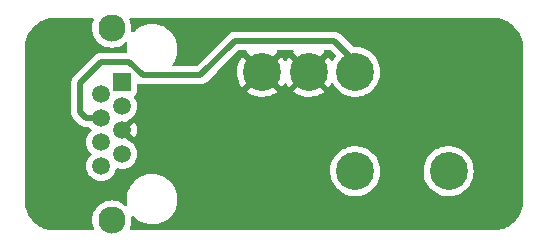
<source format=gbr>
%TF.GenerationSoftware,KiCad,Pcbnew,(6.0.5-0)*%
%TF.CreationDate,2022-06-18T16:55:17+02:00*%
%TF.ProjectId,OpenOBDPower,4f70656e-4f42-4445-906f-7765722e6b69,rev?*%
%TF.SameCoordinates,Original*%
%TF.FileFunction,Copper,L2,Bot*%
%TF.FilePolarity,Positive*%
%FSLAX46Y46*%
G04 Gerber Fmt 4.6, Leading zero omitted, Abs format (unit mm)*
G04 Created by KiCad (PCBNEW (6.0.5-0)) date 2022-06-18 16:55:17*
%MOMM*%
%LPD*%
G01*
G04 APERTURE LIST*
%TA.AperFunction,ComponentPad*%
%ADD10C,3.215640*%
%TD*%
%TA.AperFunction,ComponentPad*%
%ADD11R,1.500000X1.500000*%
%TD*%
%TA.AperFunction,ComponentPad*%
%ADD12C,1.500000*%
%TD*%
%TA.AperFunction,ComponentPad*%
%ADD13C,2.300000*%
%TD*%
%TA.AperFunction,Conductor*%
%ADD14C,0.500000*%
%TD*%
%TA.AperFunction,Conductor*%
%ADD15C,2.000000*%
%TD*%
G04 APERTURE END LIST*
D10*
%TO.P,M1,4,CHASGND*%
%TO.N,GND*%
X138105200Y-95070000D03*
%TO.P,M1,5,SIGGND*%
X142052360Y-95070000D03*
%TO.P,M1,6,CANHIGH*%
%TO.N,CAN_H*%
X146002060Y-95070000D03*
%TO.P,M1,14,CANLOW*%
%TO.N,CAN_L*%
X146002060Y-103469780D03*
%TO.P,M1,16,BATTPOWER*%
%TO.N,+12V*%
X153904000Y-103469780D03*
%TD*%
D11*
%TO.P,J1,1*%
%TO.N,GND*%
X126270000Y-95930000D03*
D12*
%TO.P,J1,2*%
%TO.N,CAN_L*%
X124490000Y-96946000D03*
%TO.P,J1,3*%
%TO.N,unconnected-(J1-Pad3)*%
X126270000Y-97962000D03*
%TO.P,J1,4*%
%TO.N,CAN_H*%
X124490000Y-98978000D03*
%TO.P,J1,5*%
%TO.N,GND*%
X126270000Y-99994000D03*
%TO.P,J1,6*%
%TO.N,unconnected-(J1-Pad6)*%
X124490000Y-101010000D03*
%TO.P,J1,7*%
%TO.N,+12V*%
X126270000Y-102026000D03*
%TO.P,J1,8*%
X124490000Y-103042000D03*
D13*
%TO.P,J1,SH*%
%TO.N,N/C*%
X125380000Y-107620000D03*
X125380000Y-91360000D03*
%TD*%
D14*
%TO.N,CAN_H*%
X128030000Y-95370000D02*
X126880000Y-94220000D01*
X135820000Y-92430000D02*
X132880000Y-95370000D01*
X122710000Y-98490000D02*
X123198000Y-98978000D01*
X132880000Y-95370000D02*
X128030000Y-95370000D01*
X126880000Y-94220000D02*
X124500000Y-94220000D01*
X144230000Y-92430000D02*
X135820000Y-92430000D01*
X124500000Y-94220000D02*
X122710000Y-96010000D01*
X146002060Y-95070000D02*
X146002060Y-94202060D01*
X122710000Y-96010000D02*
X122710000Y-98490000D01*
X146002060Y-94202060D02*
X144230000Y-92430000D01*
X123198000Y-98978000D02*
X124490000Y-98978000D01*
D15*
%TO.N,+12V*%
X153904000Y-103469780D02*
X153855620Y-103421400D01*
X153855620Y-103421400D02*
X153349400Y-103421400D01*
%TD*%
%TA.AperFunction,Conductor*%
%TO.N,GND*%
G36*
X157715281Y-90498538D02*
G01*
X157722442Y-90498716D01*
X157840481Y-90501642D01*
X157846670Y-90501948D01*
X157963172Y-90510615D01*
X157969350Y-90511229D01*
X158084848Y-90525575D01*
X158090945Y-90526484D01*
X158205305Y-90546439D01*
X158211326Y-90547643D01*
X158324256Y-90573108D01*
X158330224Y-90574608D01*
X158441609Y-90605517D01*
X158447478Y-90607301D01*
X158557098Y-90643571D01*
X158562869Y-90645637D01*
X158613336Y-90665114D01*
X158670525Y-90687185D01*
X158676201Y-90689537D01*
X158781705Y-90736284D01*
X158787261Y-90738909D01*
X158890412Y-90790770D01*
X158895841Y-90793668D01*
X158996425Y-90850554D01*
X159001706Y-90853713D01*
X159078972Y-90902546D01*
X159099597Y-90915581D01*
X159104712Y-90918992D01*
X159199649Y-90985720D01*
X159204618Y-90989398D01*
X159273927Y-91043390D01*
X159296432Y-91060922D01*
X159301236Y-91064858D01*
X159389749Y-91141112D01*
X159394351Y-91145280D01*
X159417830Y-91167623D01*
X159479380Y-91226197D01*
X159483795Y-91230612D01*
X159564722Y-91315653D01*
X159568889Y-91320254D01*
X159645159Y-91408785D01*
X159649063Y-91413550D01*
X159707712Y-91488836D01*
X159720591Y-91505369D01*
X159724276Y-91510347D01*
X159791000Y-91605278D01*
X159794426Y-91610416D01*
X159856272Y-91708270D01*
X159859429Y-91713546D01*
X159879158Y-91748430D01*
X159916334Y-91814165D01*
X159919231Y-91819593D01*
X159971096Y-91922751D01*
X159973721Y-91928306D01*
X160020453Y-92033775D01*
X160022805Y-92039452D01*
X160045967Y-92099467D01*
X160064358Y-92147120D01*
X160064360Y-92147126D01*
X160066429Y-92152905D01*
X160084260Y-92206795D01*
X160102690Y-92262498D01*
X160104480Y-92268384D01*
X160135388Y-92379759D01*
X160136890Y-92385736D01*
X160162357Y-92498680D01*
X160163564Y-92504717D01*
X160183512Y-92619041D01*
X160184426Y-92625167D01*
X160198768Y-92740624D01*
X160199382Y-92746805D01*
X160208053Y-92863344D01*
X160208359Y-92869535D01*
X160210551Y-92957954D01*
X160211462Y-92994717D01*
X160211501Y-92997839D01*
X160211501Y-105982159D01*
X160211462Y-105985279D01*
X160210114Y-106039690D01*
X160208360Y-106110454D01*
X160208053Y-106116667D01*
X160201818Y-106200457D01*
X160199382Y-106233191D01*
X160198769Y-106239365D01*
X160194055Y-106277312D01*
X160184425Y-106354835D01*
X160183511Y-106360960D01*
X160172166Y-106425978D01*
X160163565Y-106475275D01*
X160163564Y-106475278D01*
X160162357Y-106481315D01*
X160156317Y-106508104D01*
X160136890Y-106594260D01*
X160135388Y-106600236D01*
X160104482Y-106711608D01*
X160102692Y-106717496D01*
X160066432Y-106827084D01*
X160064360Y-106832869D01*
X160022812Y-106940529D01*
X160020467Y-106946190D01*
X159976597Y-107045202D01*
X159973723Y-107051688D01*
X159971100Y-107057240D01*
X159919212Y-107160441D01*
X159916339Y-107165822D01*
X159892947Y-107207185D01*
X159859445Y-107266423D01*
X159856281Y-107271712D01*
X159794426Y-107369582D01*
X159790999Y-107374721D01*
X159724275Y-107469652D01*
X159720589Y-107474631D01*
X159649082Y-107566421D01*
X159645152Y-107571218D01*
X159568882Y-107659751D01*
X159564716Y-107664351D01*
X159562461Y-107666721D01*
X159483801Y-107749379D01*
X159479387Y-107753793D01*
X159439661Y-107791598D01*
X159404597Y-107824966D01*
X159394347Y-107834720D01*
X159389735Y-107838897D01*
X159312257Y-107905644D01*
X159301241Y-107915134D01*
X159296437Y-107919071D01*
X159256622Y-107950087D01*
X159204619Y-107990598D01*
X159199640Y-107994283D01*
X159104729Y-108060993D01*
X159104723Y-108060997D01*
X159099591Y-108064420D01*
X159029440Y-108108757D01*
X159001725Y-108126273D01*
X158996455Y-108129426D01*
X158918114Y-108173732D01*
X158895838Y-108186330D01*
X158890410Y-108189227D01*
X158787260Y-108241088D01*
X158781705Y-108243713D01*
X158676205Y-108290459D01*
X158670527Y-108292811D01*
X158562878Y-108334355D01*
X158557093Y-108336427D01*
X158447486Y-108372693D01*
X158441599Y-108374483D01*
X158429394Y-108377870D01*
X158330230Y-108405388D01*
X158324268Y-108406886D01*
X158211319Y-108432354D01*
X158205279Y-108433562D01*
X158177535Y-108438403D01*
X158090961Y-108453509D01*
X158084835Y-108454423D01*
X157969370Y-108468766D01*
X157963187Y-108469380D01*
X157943624Y-108470836D01*
X157846652Y-108478050D01*
X157840466Y-108478356D01*
X157717815Y-108481396D01*
X157715283Y-108481459D01*
X157712161Y-108481498D01*
X127006875Y-108481498D01*
X126938754Y-108461496D01*
X126892261Y-108407840D01*
X126882157Y-108337566D01*
X126890466Y-108307280D01*
X126960310Y-108138662D01*
X126960311Y-108138660D01*
X126962204Y-108134089D01*
X126996198Y-107992495D01*
X127021991Y-107885062D01*
X127021992Y-107885056D01*
X127023146Y-107880249D01*
X127043628Y-107620000D01*
X127025584Y-107390729D01*
X127040180Y-107321249D01*
X127090023Y-107270689D01*
X127159287Y-107255103D01*
X127225983Y-107279438D01*
X127237929Y-107289446D01*
X127433077Y-107474634D01*
X127446878Y-107487731D01*
X127683113Y-107657483D01*
X127708924Y-107671149D01*
X127875872Y-107759543D01*
X127940200Y-107793603D01*
X127944223Y-107795075D01*
X127944227Y-107795077D01*
X128190122Y-107885062D01*
X128213382Y-107893574D01*
X128497604Y-107955544D01*
X128526650Y-107957830D01*
X128723297Y-107973307D01*
X128723304Y-107973307D01*
X128725753Y-107973500D01*
X128883121Y-107973500D01*
X128885257Y-107973354D01*
X128885268Y-107973354D01*
X129095949Y-107958991D01*
X129095955Y-107958990D01*
X129100226Y-107958699D01*
X129104421Y-107957830D01*
X129104423Y-107957830D01*
X129291570Y-107919074D01*
X129385081Y-107899709D01*
X129659295Y-107802605D01*
X129917793Y-107669184D01*
X129921294Y-107666723D01*
X129921298Y-107666721D01*
X130060528Y-107568868D01*
X130155792Y-107501915D01*
X130235618Y-107427736D01*
X130365745Y-107306815D01*
X130365748Y-107306812D01*
X130368888Y-107303894D01*
X130373279Y-107298530D01*
X130550423Y-107082102D01*
X130553139Y-107078784D01*
X130705133Y-106830752D01*
X130713869Y-106810852D01*
X130782618Y-106654235D01*
X130822059Y-106564386D01*
X130827818Y-106544171D01*
X130879213Y-106363746D01*
X130901754Y-106284616D01*
X130902538Y-106279113D01*
X130942137Y-106000870D01*
X130942742Y-105996619D01*
X130944265Y-105705723D01*
X130906295Y-105417313D01*
X130829535Y-105136724D01*
X130771569Y-105000825D01*
X130717090Y-104873100D01*
X130717088Y-104873096D01*
X130715404Y-104869148D01*
X130566015Y-104619538D01*
X130558267Y-104609866D01*
X130386823Y-104395869D01*
X130384133Y-104392511D01*
X130173122Y-104192269D01*
X129936887Y-104022517D01*
X129679800Y-103886397D01*
X129675777Y-103884925D01*
X129675773Y-103884923D01*
X129410649Y-103787901D01*
X129410647Y-103787900D01*
X129406618Y-103786426D01*
X129122396Y-103724456D01*
X129078598Y-103721009D01*
X128896703Y-103706693D01*
X128896696Y-103706693D01*
X128894247Y-103706500D01*
X128736879Y-103706500D01*
X128734743Y-103706646D01*
X128734732Y-103706646D01*
X128524051Y-103721009D01*
X128524045Y-103721010D01*
X128519774Y-103721301D01*
X128515579Y-103722170D01*
X128515577Y-103722170D01*
X128377346Y-103750796D01*
X128234919Y-103780291D01*
X127960705Y-103877395D01*
X127956896Y-103879361D01*
X127711825Y-104005852D01*
X127702207Y-104010816D01*
X127698706Y-104013277D01*
X127698702Y-104013279D01*
X127682001Y-104025017D01*
X127464208Y-104178085D01*
X127384382Y-104252264D01*
X127276169Y-104352822D01*
X127251112Y-104376106D01*
X127248398Y-104379422D01*
X127248395Y-104379425D01*
X127234936Y-104395869D01*
X127066861Y-104601216D01*
X126914867Y-104849248D01*
X126913148Y-104853165D01*
X126913146Y-104853168D01*
X126904397Y-104873100D01*
X126797941Y-105115614D01*
X126796765Y-105119742D01*
X126796764Y-105119745D01*
X126778699Y-105183163D01*
X126718246Y-105395384D01*
X126717642Y-105399626D01*
X126717641Y-105399632D01*
X126690813Y-105588138D01*
X126677258Y-105683381D01*
X126677141Y-105705723D01*
X126675778Y-105966096D01*
X126675735Y-105974277D01*
X126676294Y-105978521D01*
X126676294Y-105978525D01*
X126683020Y-106029613D01*
X126713705Y-106262687D01*
X126714839Y-106266832D01*
X126718198Y-106279113D01*
X126716878Y-106350097D01*
X126677391Y-106409099D01*
X126612273Y-106437386D01*
X126542199Y-106425978D01*
X126514837Y-106408170D01*
X126428756Y-106334651D01*
X126361621Y-106277312D01*
X126361616Y-106277309D01*
X126357856Y-106274097D01*
X126135271Y-106137697D01*
X126130701Y-106135804D01*
X126130697Y-106135802D01*
X125898662Y-106039690D01*
X125898660Y-106039689D01*
X125894089Y-106037796D01*
X125805069Y-106016424D01*
X125645062Y-105978009D01*
X125645056Y-105978008D01*
X125640249Y-105976854D01*
X125380000Y-105956372D01*
X125119751Y-105976854D01*
X125114944Y-105978008D01*
X125114938Y-105978009D01*
X124954931Y-106016424D01*
X124865911Y-106037796D01*
X124861340Y-106039689D01*
X124861338Y-106039690D01*
X124629303Y-106135802D01*
X124629299Y-106135804D01*
X124624729Y-106137697D01*
X124402144Y-106274097D01*
X124203637Y-106443637D01*
X124034097Y-106642144D01*
X123897697Y-106864729D01*
X123895804Y-106869299D01*
X123895802Y-106869303D01*
X123810546Y-107075130D01*
X123797796Y-107105911D01*
X123784711Y-107160413D01*
X123738009Y-107354938D01*
X123738008Y-107354944D01*
X123736854Y-107359751D01*
X123716372Y-107620000D01*
X123736854Y-107880249D01*
X123738008Y-107885056D01*
X123738009Y-107885062D01*
X123763802Y-107992495D01*
X123797796Y-108134089D01*
X123799689Y-108138660D01*
X123799690Y-108138662D01*
X123869534Y-108307280D01*
X123877123Y-108377870D01*
X123845344Y-108441357D01*
X123784286Y-108477584D01*
X123753125Y-108481498D01*
X120527840Y-108481498D01*
X120524719Y-108481459D01*
X120520535Y-108481355D01*
X120399528Y-108478356D01*
X120393335Y-108478050D01*
X120276812Y-108469380D01*
X120270631Y-108468766D01*
X120209561Y-108461180D01*
X120155138Y-108454420D01*
X120149034Y-108453509D01*
X120034740Y-108433565D01*
X120028684Y-108432355D01*
X119919960Y-108407840D01*
X119915726Y-108406885D01*
X119909752Y-108405384D01*
X119798380Y-108374478D01*
X119792537Y-108372702D01*
X119682921Y-108336433D01*
X119677136Y-108334361D01*
X119569460Y-108292807D01*
X119563783Y-108290455D01*
X119458297Y-108243716D01*
X119452741Y-108241091D01*
X119398203Y-108213671D01*
X119349579Y-108189224D01*
X119344175Y-108186339D01*
X119243563Y-108129438D01*
X119238286Y-108126281D01*
X119238274Y-108126273D01*
X119140402Y-108064417D01*
X119135268Y-108060993D01*
X119131736Y-108058510D01*
X119040354Y-107994282D01*
X119035375Y-107990596D01*
X119007742Y-107969069D01*
X118943559Y-107919069D01*
X118938762Y-107915137D01*
X118921862Y-107900578D01*
X118850272Y-107838904D01*
X118845658Y-107834726D01*
X118760617Y-107753798D01*
X118756202Y-107749383D01*
X118746428Y-107739112D01*
X118675276Y-107664342D01*
X118671101Y-107659731D01*
X118594847Y-107571218D01*
X118590909Y-107566412D01*
X118519412Y-107474634D01*
X118515726Y-107469656D01*
X118448999Y-107374721D01*
X118445572Y-107369582D01*
X118405903Y-107306815D01*
X118383717Y-107271712D01*
X118380571Y-107266454D01*
X118323654Y-107165813D01*
X118320763Y-107160395D01*
X118277893Y-107075130D01*
X118268901Y-107057244D01*
X118266289Y-107051718D01*
X118264694Y-107048117D01*
X118219533Y-106946193D01*
X118217183Y-106940518D01*
X118175643Y-106832879D01*
X118173571Y-106827095D01*
X118137300Y-106717473D01*
X118135519Y-106711614D01*
X118135518Y-106711608D01*
X118104609Y-106600227D01*
X118103108Y-106594253D01*
X118077644Y-106481319D01*
X118076435Y-106475275D01*
X118071571Y-106447399D01*
X118056485Y-106360942D01*
X118055577Y-106354849D01*
X118041233Y-106239371D01*
X118040619Y-106233192D01*
X118033691Y-106140077D01*
X118031948Y-106116654D01*
X118031642Y-106110461D01*
X118028539Y-105985279D01*
X118028500Y-105982157D01*
X118028500Y-92997841D01*
X118028539Y-92994719D01*
X118031642Y-92869538D01*
X118031950Y-92863311D01*
X118032742Y-92852676D01*
X118040618Y-92746816D01*
X118041231Y-92740642D01*
X118045945Y-92702687D01*
X118055576Y-92625150D01*
X118056488Y-92619034D01*
X118056974Y-92616253D01*
X118076440Y-92504692D01*
X118077645Y-92498667D01*
X118103104Y-92385758D01*
X118104606Y-92379781D01*
X118135520Y-92268384D01*
X118137309Y-92262499D01*
X118173584Y-92152863D01*
X118175639Y-92147126D01*
X118217188Y-92039465D01*
X118219537Y-92033795D01*
X118247999Y-91969558D01*
X118266283Y-91928292D01*
X118268907Y-91922741D01*
X118320772Y-91819585D01*
X118323669Y-91814157D01*
X118340678Y-91784083D01*
X118380563Y-91713558D01*
X118383723Y-91708276D01*
X118391565Y-91695869D01*
X118445576Y-91610409D01*
X118449000Y-91605275D01*
X118515716Y-91510355D01*
X118519401Y-91505376D01*
X118590933Y-91413554D01*
X118594846Y-91408778D01*
X118671118Y-91320244D01*
X118675295Y-91315632D01*
X118677535Y-91313279D01*
X118756195Y-91230621D01*
X118760609Y-91226207D01*
X118845657Y-91145272D01*
X118850268Y-91141097D01*
X118938767Y-91064855D01*
X118943563Y-91060925D01*
X119035374Y-90989404D01*
X119040350Y-90985720D01*
X119135279Y-90918996D01*
X119140419Y-90915568D01*
X119196118Y-90880366D01*
X119238282Y-90853718D01*
X119243561Y-90850560D01*
X119251782Y-90845911D01*
X119344157Y-90793668D01*
X119349578Y-90790774D01*
X119452761Y-90738896D01*
X119458318Y-90736271D01*
X119563784Y-90689541D01*
X119569461Y-90687189D01*
X119677139Y-90645634D01*
X119682925Y-90643562D01*
X119708645Y-90635052D01*
X119792516Y-90607302D01*
X119798388Y-90605517D01*
X119810601Y-90602128D01*
X119909767Y-90574609D01*
X119915737Y-90573109D01*
X120028675Y-90547643D01*
X120034733Y-90546432D01*
X120149034Y-90526489D01*
X120155159Y-90525575D01*
X120270628Y-90511232D01*
X120276811Y-90510618D01*
X120298598Y-90508997D01*
X120393346Y-90501948D01*
X120399532Y-90501642D01*
X120524717Y-90498539D01*
X120527840Y-90498500D01*
X123753126Y-90498500D01*
X123821247Y-90518502D01*
X123867740Y-90572158D01*
X123877844Y-90642432D01*
X123869535Y-90672718D01*
X123820065Y-90792150D01*
X123797796Y-90845911D01*
X123791715Y-90871240D01*
X123738009Y-91094938D01*
X123738008Y-91094944D01*
X123736854Y-91099751D01*
X123716372Y-91360000D01*
X123736854Y-91620249D01*
X123738008Y-91625056D01*
X123738009Y-91625062D01*
X123767390Y-91747439D01*
X123797796Y-91874089D01*
X123799689Y-91878660D01*
X123799690Y-91878662D01*
X123891151Y-92099467D01*
X123897697Y-92115271D01*
X124034097Y-92337856D01*
X124203637Y-92536363D01*
X124402144Y-92705903D01*
X124624729Y-92842303D01*
X124629299Y-92844196D01*
X124629303Y-92844198D01*
X124861338Y-92940310D01*
X124865911Y-92942204D01*
X124916844Y-92954432D01*
X125114938Y-93001991D01*
X125114944Y-93001992D01*
X125119751Y-93003146D01*
X125380000Y-93023628D01*
X125640249Y-93003146D01*
X125645056Y-93001992D01*
X125645062Y-93001991D01*
X125843156Y-92954432D01*
X125894089Y-92942204D01*
X125898662Y-92940310D01*
X126130697Y-92844198D01*
X126130701Y-92844196D01*
X126135271Y-92842303D01*
X126357856Y-92705903D01*
X126513566Y-92572915D01*
X126578356Y-92543884D01*
X126648556Y-92554489D01*
X126701878Y-92601364D01*
X126721393Y-92669626D01*
X126718805Y-92693423D01*
X126718246Y-92695384D01*
X126717643Y-92699619D01*
X126717642Y-92699625D01*
X126693906Y-92866408D01*
X126677258Y-92983381D01*
X126676789Y-93072966D01*
X126676176Y-93190127D01*
X126675735Y-93274277D01*
X126676294Y-93278521D01*
X126676294Y-93278525D01*
X126681630Y-93319054D01*
X126670691Y-93389202D01*
X126623563Y-93442301D01*
X126556708Y-93461500D01*
X124567069Y-93461500D01*
X124548121Y-93460067D01*
X124540780Y-93458950D01*
X124533883Y-93457901D01*
X124533881Y-93457901D01*
X124526651Y-93456801D01*
X124519359Y-93457394D01*
X124519356Y-93457394D01*
X124473982Y-93461085D01*
X124463767Y-93461500D01*
X124455707Y-93461500D01*
X124442417Y-93463049D01*
X124427493Y-93464789D01*
X124423118Y-93465222D01*
X124357661Y-93470546D01*
X124357658Y-93470547D01*
X124350363Y-93471140D01*
X124343399Y-93473396D01*
X124337440Y-93474587D01*
X124331585Y-93475971D01*
X124324319Y-93476818D01*
X124255673Y-93501735D01*
X124251545Y-93503152D01*
X124189064Y-93523393D01*
X124189062Y-93523394D01*
X124182101Y-93525649D01*
X124175846Y-93529445D01*
X124170372Y-93531951D01*
X124164942Y-93534670D01*
X124158063Y-93537167D01*
X124097016Y-93577191D01*
X124093327Y-93579518D01*
X124084927Y-93584616D01*
X124035693Y-93614491D01*
X124035688Y-93614495D01*
X124030892Y-93617405D01*
X124022516Y-93624803D01*
X124022493Y-93624777D01*
X124019503Y-93627426D01*
X124016264Y-93630134D01*
X124010148Y-93634144D01*
X124005121Y-93639451D01*
X124005117Y-93639454D01*
X123956872Y-93690383D01*
X123954494Y-93692825D01*
X122221089Y-95426230D01*
X122206677Y-95438616D01*
X122195082Y-95447149D01*
X122195077Y-95447154D01*
X122189182Y-95451492D01*
X122184443Y-95457070D01*
X122184440Y-95457073D01*
X122154965Y-95491768D01*
X122148035Y-95499284D01*
X122142340Y-95504979D01*
X122140060Y-95507861D01*
X122124719Y-95527251D01*
X122121928Y-95530655D01*
X122079409Y-95580703D01*
X122074667Y-95586285D01*
X122071339Y-95592801D01*
X122067972Y-95597850D01*
X122064805Y-95602979D01*
X122060266Y-95608716D01*
X122029345Y-95674875D01*
X122027442Y-95678769D01*
X121994231Y-95743808D01*
X121992492Y-95750916D01*
X121990393Y-95756559D01*
X121988476Y-95762322D01*
X121985378Y-95768950D01*
X121983888Y-95776112D01*
X121983888Y-95776113D01*
X121970514Y-95840412D01*
X121969544Y-95844696D01*
X121952192Y-95915610D01*
X121951500Y-95926764D01*
X121951464Y-95926762D01*
X121951225Y-95930755D01*
X121950851Y-95934947D01*
X121949360Y-95942115D01*
X121949558Y-95949432D01*
X121951454Y-96019521D01*
X121951500Y-96022928D01*
X121951500Y-98422930D01*
X121950067Y-98441880D01*
X121946801Y-98463349D01*
X121947394Y-98470641D01*
X121947394Y-98470644D01*
X121951085Y-98516018D01*
X121951500Y-98526233D01*
X121951500Y-98534293D01*
X121951925Y-98537937D01*
X121954789Y-98562507D01*
X121955222Y-98566882D01*
X121957400Y-98593653D01*
X121961140Y-98639637D01*
X121963396Y-98646601D01*
X121964587Y-98652560D01*
X121965971Y-98658415D01*
X121966818Y-98665681D01*
X121991735Y-98734327D01*
X121993152Y-98738455D01*
X122015649Y-98807899D01*
X122019445Y-98814154D01*
X122021951Y-98819628D01*
X122024670Y-98825058D01*
X122027167Y-98831937D01*
X122031180Y-98838057D01*
X122031180Y-98838058D01*
X122067186Y-98892976D01*
X122069523Y-98896680D01*
X122107405Y-98959107D01*
X122111121Y-98963315D01*
X122111122Y-98963316D01*
X122114803Y-98967484D01*
X122114776Y-98967508D01*
X122117429Y-98970500D01*
X122120132Y-98973733D01*
X122124144Y-98979852D01*
X122129456Y-98984884D01*
X122180383Y-99033128D01*
X122182825Y-99035506D01*
X122614230Y-99466911D01*
X122626616Y-99481323D01*
X122635149Y-99492918D01*
X122635154Y-99492923D01*
X122639492Y-99498818D01*
X122645070Y-99503557D01*
X122645073Y-99503560D01*
X122679768Y-99533035D01*
X122687284Y-99539965D01*
X122692979Y-99545660D01*
X122695861Y-99547940D01*
X122715251Y-99563281D01*
X122718655Y-99566072D01*
X122768703Y-99608591D01*
X122774285Y-99613333D01*
X122780801Y-99616661D01*
X122785850Y-99620028D01*
X122790979Y-99623195D01*
X122796716Y-99627734D01*
X122862875Y-99658655D01*
X122866769Y-99660558D01*
X122931808Y-99693769D01*
X122938916Y-99695508D01*
X122944559Y-99697607D01*
X122950322Y-99699524D01*
X122956950Y-99702622D01*
X122964112Y-99704112D01*
X122964113Y-99704112D01*
X123028412Y-99717486D01*
X123032696Y-99718456D01*
X123103610Y-99735808D01*
X123109212Y-99736156D01*
X123109215Y-99736156D01*
X123114764Y-99736500D01*
X123114762Y-99736536D01*
X123118755Y-99736775D01*
X123122947Y-99737149D01*
X123130115Y-99738640D01*
X123207520Y-99736546D01*
X123210928Y-99736500D01*
X123419198Y-99736500D01*
X123487319Y-99756502D01*
X123515716Y-99781504D01*
X123519094Y-99785529D01*
X123522251Y-99790038D01*
X123637118Y-99904905D01*
X123671144Y-99967217D01*
X123666079Y-100038032D01*
X123637118Y-100083095D01*
X123522251Y-100197962D01*
X123519094Y-100202470D01*
X123519092Y-100202473D01*
X123399101Y-100373838D01*
X123395944Y-100378347D01*
X123393621Y-100383329D01*
X123393618Y-100383334D01*
X123376243Y-100420595D01*
X123302880Y-100577924D01*
X123245885Y-100790629D01*
X123226693Y-101010000D01*
X123245885Y-101229371D01*
X123302880Y-101442076D01*
X123318535Y-101475648D01*
X123393618Y-101636666D01*
X123393621Y-101636671D01*
X123395944Y-101641653D01*
X123399100Y-101646160D01*
X123399101Y-101646162D01*
X123515297Y-101812106D01*
X123522251Y-101822038D01*
X123637118Y-101936905D01*
X123671144Y-101999217D01*
X123666079Y-102070032D01*
X123637118Y-102115095D01*
X123522251Y-102229962D01*
X123519094Y-102234470D01*
X123519092Y-102234473D01*
X123399101Y-102405838D01*
X123395944Y-102410347D01*
X123393621Y-102415329D01*
X123393618Y-102415334D01*
X123371363Y-102463061D01*
X123302880Y-102609924D01*
X123245885Y-102822629D01*
X123226693Y-103042000D01*
X123245885Y-103261371D01*
X123302880Y-103474076D01*
X123346415Y-103567438D01*
X123393618Y-103668666D01*
X123393621Y-103668671D01*
X123395944Y-103673653D01*
X123399100Y-103678160D01*
X123399101Y-103678162D01*
X123488474Y-103805799D01*
X123522251Y-103854038D01*
X123677962Y-104009749D01*
X123682471Y-104012906D01*
X123682473Y-104012908D01*
X123757241Y-104065261D01*
X123858346Y-104136056D01*
X124057924Y-104229120D01*
X124270629Y-104286115D01*
X124490000Y-104305307D01*
X124709371Y-104286115D01*
X124922076Y-104229120D01*
X125121654Y-104136056D01*
X125222759Y-104065261D01*
X125297527Y-104012908D01*
X125297529Y-104012906D01*
X125302038Y-104009749D01*
X125457749Y-103854038D01*
X125491527Y-103805799D01*
X125580899Y-103678162D01*
X125580900Y-103678160D01*
X125584056Y-103673653D01*
X125586379Y-103668671D01*
X125586382Y-103668666D01*
X125633585Y-103567438D01*
X125677120Y-103474076D01*
X125684223Y-103447567D01*
X143880911Y-103447567D01*
X143897522Y-103735645D01*
X143898347Y-103739850D01*
X143898348Y-103739858D01*
X143921514Y-103857935D01*
X143953075Y-104018804D01*
X143954462Y-104022854D01*
X143954463Y-104022859D01*
X144045155Y-104287747D01*
X144046544Y-104291803D01*
X144176198Y-104549592D01*
X144339638Y-104787399D01*
X144533841Y-105000825D01*
X144755212Y-105185919D01*
X144758853Y-105188203D01*
X144996015Y-105336975D01*
X144996019Y-105336977D01*
X144999655Y-105339258D01*
X145003565Y-105341023D01*
X145003566Y-105341024D01*
X145258734Y-105456237D01*
X145258738Y-105456239D01*
X145262646Y-105458003D01*
X145266765Y-105459223D01*
X145535207Y-105538740D01*
X145535212Y-105538741D01*
X145539320Y-105539958D01*
X145543554Y-105540606D01*
X145543559Y-105540607D01*
X145820315Y-105582956D01*
X145820317Y-105582956D01*
X145824557Y-105583605D01*
X145971409Y-105585912D01*
X146108787Y-105588071D01*
X146108793Y-105588071D01*
X146113078Y-105588138D01*
X146399545Y-105553472D01*
X146678657Y-105480248D01*
X146945249Y-105369822D01*
X147194388Y-105224237D01*
X147246772Y-105183163D01*
X147418091Y-105048831D01*
X147421463Y-105046187D01*
X147622274Y-104838967D01*
X147624807Y-104835519D01*
X147624811Y-104835514D01*
X147790565Y-104609866D01*
X147793103Y-104606411D01*
X147823953Y-104549592D01*
X147928741Y-104356598D01*
X147928742Y-104356596D01*
X147930791Y-104352822D01*
X148032788Y-104082893D01*
X148084311Y-103857935D01*
X148096252Y-103805799D01*
X148096253Y-103805794D01*
X148097209Y-103801619D01*
X148122860Y-103514204D01*
X148123325Y-103469780D01*
X148123156Y-103467299D01*
X148121811Y-103447567D01*
X151782851Y-103447567D01*
X151799462Y-103735645D01*
X151800287Y-103739850D01*
X151800288Y-103739858D01*
X151823454Y-103857935D01*
X151855015Y-104018804D01*
X151856402Y-104022854D01*
X151856403Y-104022859D01*
X151947095Y-104287747D01*
X151948484Y-104291803D01*
X152078138Y-104549592D01*
X152241578Y-104787399D01*
X152435781Y-105000825D01*
X152657152Y-105185919D01*
X152660793Y-105188203D01*
X152897955Y-105336975D01*
X152897959Y-105336977D01*
X152901595Y-105339258D01*
X152905505Y-105341023D01*
X152905506Y-105341024D01*
X153160674Y-105456237D01*
X153160678Y-105456239D01*
X153164586Y-105458003D01*
X153168705Y-105459223D01*
X153437147Y-105538740D01*
X153437152Y-105538741D01*
X153441260Y-105539958D01*
X153445494Y-105540606D01*
X153445499Y-105540607D01*
X153722255Y-105582956D01*
X153722257Y-105582956D01*
X153726497Y-105583605D01*
X153873349Y-105585912D01*
X154010727Y-105588071D01*
X154010733Y-105588071D01*
X154015018Y-105588138D01*
X154301485Y-105553472D01*
X154580597Y-105480248D01*
X154847189Y-105369822D01*
X155096328Y-105224237D01*
X155148712Y-105183163D01*
X155320031Y-105048831D01*
X155323403Y-105046187D01*
X155524214Y-104838967D01*
X155526747Y-104835519D01*
X155526751Y-104835514D01*
X155692505Y-104609866D01*
X155695043Y-104606411D01*
X155725893Y-104549592D01*
X155830681Y-104356598D01*
X155830682Y-104356596D01*
X155832731Y-104352822D01*
X155934728Y-104082893D01*
X155986251Y-103857935D01*
X155998192Y-103805799D01*
X155998193Y-103805794D01*
X155999149Y-103801619D01*
X156024800Y-103514204D01*
X156025265Y-103469780D01*
X156025096Y-103467299D01*
X156005931Y-103186168D01*
X156005930Y-103186162D01*
X156005639Y-103181891D01*
X155992834Y-103120056D01*
X155947992Y-102903527D01*
X155947123Y-102899330D01*
X155850801Y-102627324D01*
X155718454Y-102370907D01*
X155552533Y-102134825D01*
X155446319Y-102020525D01*
X155359027Y-101926587D01*
X155359024Y-101926584D01*
X155356106Y-101923444D01*
X155132809Y-101740678D01*
X155081497Y-101709234D01*
X154890424Y-101592143D01*
X154890416Y-101592139D01*
X154886774Y-101589907D01*
X154882857Y-101588188D01*
X154882854Y-101588186D01*
X154766017Y-101536899D01*
X154622553Y-101473923D01*
X154618425Y-101472747D01*
X154618422Y-101472746D01*
X154528253Y-101447061D01*
X154345036Y-101394870D01*
X154340794Y-101394266D01*
X154340788Y-101394265D01*
X154063609Y-101354817D01*
X154059358Y-101354212D01*
X153907273Y-101353416D01*
X153775091Y-101352723D01*
X153775084Y-101352723D01*
X153770805Y-101352701D01*
X153766561Y-101353260D01*
X153766557Y-101353260D01*
X153640882Y-101369805D01*
X153484716Y-101390365D01*
X153480576Y-101391498D01*
X153480574Y-101391498D01*
X153403280Y-101412643D01*
X153206387Y-101466507D01*
X153184956Y-101475648D01*
X152944918Y-101578033D01*
X152944914Y-101578035D01*
X152940966Y-101579719D01*
X152837482Y-101641653D01*
X152697047Y-101725701D01*
X152697043Y-101725704D01*
X152693365Y-101727905D01*
X152690022Y-101730583D01*
X152690018Y-101730586D01*
X152595102Y-101806629D01*
X152468167Y-101908323D01*
X152465223Y-101911425D01*
X152465219Y-101911429D01*
X152402284Y-101977749D01*
X152269537Y-102117635D01*
X152101152Y-102351967D01*
X151966128Y-102606984D01*
X151964656Y-102611007D01*
X151964654Y-102611011D01*
X151880148Y-102841935D01*
X151866963Y-102877966D01*
X151805491Y-103159899D01*
X151782851Y-103447567D01*
X148121811Y-103447567D01*
X148103991Y-103186168D01*
X148103990Y-103186162D01*
X148103699Y-103181891D01*
X148090894Y-103120056D01*
X148046052Y-102903527D01*
X148045183Y-102899330D01*
X147948861Y-102627324D01*
X147816514Y-102370907D01*
X147650593Y-102134825D01*
X147544379Y-102020525D01*
X147457087Y-101926587D01*
X147457084Y-101926584D01*
X147454166Y-101923444D01*
X147230869Y-101740678D01*
X147179557Y-101709234D01*
X146988484Y-101592143D01*
X146988476Y-101592139D01*
X146984834Y-101589907D01*
X146980917Y-101588188D01*
X146980914Y-101588186D01*
X146864077Y-101536899D01*
X146720613Y-101473923D01*
X146716485Y-101472747D01*
X146716482Y-101472746D01*
X146626313Y-101447061D01*
X146443096Y-101394870D01*
X146438854Y-101394266D01*
X146438848Y-101394265D01*
X146161669Y-101354817D01*
X146157418Y-101354212D01*
X146005333Y-101353416D01*
X145873151Y-101352723D01*
X145873144Y-101352723D01*
X145868865Y-101352701D01*
X145864621Y-101353260D01*
X145864617Y-101353260D01*
X145738942Y-101369805D01*
X145582776Y-101390365D01*
X145578636Y-101391498D01*
X145578634Y-101391498D01*
X145501340Y-101412643D01*
X145304447Y-101466507D01*
X145283016Y-101475648D01*
X145042978Y-101578033D01*
X145042974Y-101578035D01*
X145039026Y-101579719D01*
X144935542Y-101641653D01*
X144795107Y-101725701D01*
X144795103Y-101725704D01*
X144791425Y-101727905D01*
X144788082Y-101730583D01*
X144788078Y-101730586D01*
X144693162Y-101806629D01*
X144566227Y-101908323D01*
X144563283Y-101911425D01*
X144563279Y-101911429D01*
X144500344Y-101977749D01*
X144367597Y-102117635D01*
X144199212Y-102351967D01*
X144064188Y-102606984D01*
X144062716Y-102611007D01*
X144062714Y-102611011D01*
X143978208Y-102841935D01*
X143965023Y-102877966D01*
X143903551Y-103159899D01*
X143880911Y-103447567D01*
X125684223Y-103447567D01*
X125720520Y-103312107D01*
X125757472Y-103251485D01*
X125821333Y-103220463D01*
X125874838Y-103223012D01*
X126045316Y-103268692D01*
X126045323Y-103268693D01*
X126050629Y-103270115D01*
X126270000Y-103289307D01*
X126489371Y-103270115D01*
X126702076Y-103213120D01*
X126901654Y-103120056D01*
X127082038Y-102993749D01*
X127237749Y-102838038D01*
X127244704Y-102828106D01*
X127360899Y-102662162D01*
X127360900Y-102662160D01*
X127364056Y-102657653D01*
X127366379Y-102652671D01*
X127366382Y-102652666D01*
X127454795Y-102463061D01*
X127457120Y-102458076D01*
X127514115Y-102245371D01*
X127533307Y-102026000D01*
X127514115Y-101806629D01*
X127457120Y-101593924D01*
X127388637Y-101447061D01*
X127366382Y-101399334D01*
X127366379Y-101399329D01*
X127364056Y-101394347D01*
X127248539Y-101229371D01*
X127240908Y-101218473D01*
X127240906Y-101218470D01*
X127237749Y-101213962D01*
X127082038Y-101058251D01*
X127077527Y-101055092D01*
X126906158Y-100935097D01*
X126906152Y-100935093D01*
X126901654Y-100931944D01*
X126822631Y-100895095D01*
X126786786Y-100869996D01*
X125999885Y-100083095D01*
X125965859Y-100020783D01*
X125967694Y-99995132D01*
X126634408Y-99995132D01*
X126634539Y-99996966D01*
X126638790Y-100003580D01*
X127308391Y-100673180D01*
X127320161Y-100679607D01*
X127332176Y-100670311D01*
X127360466Y-100629907D01*
X127365946Y-100620417D01*
X127454326Y-100430887D01*
X127458072Y-100420595D01*
X127512196Y-100218599D01*
X127514099Y-100207804D01*
X127532326Y-99999475D01*
X127532326Y-99988525D01*
X127514099Y-99780196D01*
X127512196Y-99769401D01*
X127458072Y-99567405D01*
X127454326Y-99557113D01*
X127365946Y-99367583D01*
X127360466Y-99358093D01*
X127331589Y-99316851D01*
X127321113Y-99308477D01*
X127307666Y-99315545D01*
X126642021Y-99981189D01*
X126634408Y-99995132D01*
X125967694Y-99995132D01*
X125970924Y-99949968D01*
X125999885Y-99904905D01*
X126270000Y-99634790D01*
X126786784Y-99118005D01*
X126822630Y-99092905D01*
X126896670Y-99058380D01*
X126896669Y-99058380D01*
X126901654Y-99056056D01*
X126906152Y-99052907D01*
X126906158Y-99052903D01*
X127077527Y-98932908D01*
X127077529Y-98932906D01*
X127082038Y-98929749D01*
X127237749Y-98774038D01*
X127262665Y-98738455D01*
X127360899Y-98598162D01*
X127360900Y-98598160D01*
X127364056Y-98593653D01*
X127366379Y-98588671D01*
X127366382Y-98588666D01*
X127421416Y-98470644D01*
X127457120Y-98394076D01*
X127514115Y-98181371D01*
X127533307Y-97962000D01*
X127514115Y-97742629D01*
X127457120Y-97529924D01*
X127413585Y-97436562D01*
X127366382Y-97335334D01*
X127366379Y-97335329D01*
X127364056Y-97330347D01*
X127308516Y-97251028D01*
X127285829Y-97183756D01*
X127303114Y-97114896D01*
X127336165Y-97077933D01*
X127375724Y-97048285D01*
X127388285Y-97035724D01*
X127464786Y-96933649D01*
X127473324Y-96918054D01*
X127518478Y-96797606D01*
X127522105Y-96782351D01*
X127527119Y-96736198D01*
X136804274Y-96736198D01*
X136811329Y-96746171D01*
X136855351Y-96782979D01*
X136862285Y-96788016D01*
X137099391Y-96936754D01*
X137106942Y-96940803D01*
X137362049Y-97055987D01*
X137370080Y-97058974D01*
X137638457Y-97138471D01*
X137646809Y-97140338D01*
X137923498Y-97182677D01*
X137932031Y-97183393D01*
X138211901Y-97187791D01*
X138220452Y-97187343D01*
X138498327Y-97153715D01*
X138506744Y-97152110D01*
X138777486Y-97081082D01*
X138785602Y-97078351D01*
X139044206Y-96971233D01*
X139051868Y-96967430D01*
X139293541Y-96826208D01*
X139300624Y-96821394D01*
X139396653Y-96746097D01*
X139403724Y-96736198D01*
X140751434Y-96736198D01*
X140758489Y-96746171D01*
X140802511Y-96782979D01*
X140809445Y-96788016D01*
X141046551Y-96936754D01*
X141054102Y-96940803D01*
X141309209Y-97055987D01*
X141317240Y-97058974D01*
X141585617Y-97138471D01*
X141593969Y-97140338D01*
X141870658Y-97182677D01*
X141879191Y-97183393D01*
X142159061Y-97187791D01*
X142167612Y-97187343D01*
X142445487Y-97153715D01*
X142453904Y-97152110D01*
X142724646Y-97081082D01*
X142732762Y-97078351D01*
X142991366Y-96971233D01*
X142999028Y-96967430D01*
X143240701Y-96826208D01*
X143247784Y-96821394D01*
X143343813Y-96746097D01*
X143352283Y-96734239D01*
X143345766Y-96722616D01*
X142065172Y-95442022D01*
X142051228Y-95434408D01*
X142049395Y-95434539D01*
X142042780Y-95438790D01*
X140758726Y-96722844D01*
X140751434Y-96736198D01*
X139403724Y-96736198D01*
X139405123Y-96734239D01*
X139398606Y-96722616D01*
X138118012Y-95442022D01*
X138104068Y-95434408D01*
X138102235Y-95434539D01*
X138095620Y-95438790D01*
X136811566Y-96722844D01*
X136804274Y-96736198D01*
X127527119Y-96736198D01*
X127527631Y-96731486D01*
X127528000Y-96724672D01*
X127528000Y-96171173D01*
X127548002Y-96103052D01*
X127601658Y-96056559D01*
X127671932Y-96046455D01*
X127711298Y-96058956D01*
X127763808Y-96085769D01*
X127770923Y-96087510D01*
X127776578Y-96089613D01*
X127782317Y-96091522D01*
X127788950Y-96094622D01*
X127860435Y-96109491D01*
X127864701Y-96110457D01*
X127935610Y-96127808D01*
X127941212Y-96128156D01*
X127941215Y-96128156D01*
X127946764Y-96128500D01*
X127946762Y-96128535D01*
X127950734Y-96128775D01*
X127954955Y-96129152D01*
X127962115Y-96130641D01*
X128039542Y-96128546D01*
X128042950Y-96128500D01*
X132812930Y-96128500D01*
X132831880Y-96129933D01*
X132846115Y-96132099D01*
X132846119Y-96132099D01*
X132853349Y-96133199D01*
X132860641Y-96132606D01*
X132860644Y-96132606D01*
X132906018Y-96128915D01*
X132916233Y-96128500D01*
X132924293Y-96128500D01*
X132941680Y-96126473D01*
X132952507Y-96125211D01*
X132956882Y-96124778D01*
X133022339Y-96119454D01*
X133022342Y-96119453D01*
X133029637Y-96118860D01*
X133036601Y-96116604D01*
X133042560Y-96115413D01*
X133048415Y-96114029D01*
X133055681Y-96113182D01*
X133124327Y-96088265D01*
X133128455Y-96086848D01*
X133190936Y-96066607D01*
X133190938Y-96066606D01*
X133197899Y-96064351D01*
X133204154Y-96060555D01*
X133209628Y-96058049D01*
X133215058Y-96055330D01*
X133221937Y-96052833D01*
X133231665Y-96046455D01*
X133282976Y-96012814D01*
X133286680Y-96010477D01*
X133349107Y-95972595D01*
X133357484Y-95965197D01*
X133357508Y-95965224D01*
X133360500Y-95962571D01*
X133363733Y-95959868D01*
X133369852Y-95955856D01*
X133423128Y-95899617D01*
X133425506Y-95897175D01*
X134270609Y-95052072D01*
X135984799Y-95052072D01*
X136000912Y-95331514D01*
X136001985Y-95340015D01*
X136055874Y-95614687D01*
X136058087Y-95622949D01*
X136148757Y-95887773D01*
X136152073Y-95895660D01*
X136277842Y-96145726D01*
X136282199Y-96153092D01*
X136427008Y-96363790D01*
X136437261Y-96372134D01*
X136451002Y-96364988D01*
X137733178Y-95082812D01*
X137739556Y-95071132D01*
X138469608Y-95071132D01*
X138469739Y-95072965D01*
X138473990Y-95079580D01*
X139758058Y-96363648D01*
X139770268Y-96370315D01*
X139781767Y-96361626D01*
X139893282Y-96209817D01*
X139897866Y-96202594D01*
X139967536Y-96074278D01*
X140017619Y-96023956D01*
X140086957Y-96008700D01*
X140153536Y-96033352D01*
X140190832Y-96077786D01*
X140225002Y-96145726D01*
X140229359Y-96153092D01*
X140374168Y-96363790D01*
X140384421Y-96372134D01*
X140398162Y-96364988D01*
X141680338Y-95082812D01*
X141687952Y-95068868D01*
X141687821Y-95067035D01*
X141683570Y-95060420D01*
X140398917Y-93775767D01*
X140386907Y-93769209D01*
X140375167Y-93778177D01*
X140252444Y-93948964D01*
X140247925Y-93956251D01*
X140190302Y-94065082D01*
X140140750Y-94115925D01*
X140071575Y-94131907D01*
X140004742Y-94107953D01*
X139966982Y-94063913D01*
X139921191Y-93975194D01*
X139916763Y-93967882D01*
X139782625Y-93777023D01*
X139772103Y-93768643D01*
X139758715Y-93775695D01*
X138477222Y-95057188D01*
X138469608Y-95071132D01*
X137739556Y-95071132D01*
X137740792Y-95068868D01*
X137740661Y-95067035D01*
X137736410Y-95060420D01*
X136451757Y-93775767D01*
X136439747Y-93769209D01*
X136428007Y-93778177D01*
X136305284Y-93948964D01*
X136300772Y-93956240D01*
X136169791Y-94203621D01*
X136166312Y-94211435D01*
X136070119Y-94474295D01*
X136067730Y-94482518D01*
X136008100Y-94756006D01*
X136006851Y-94764462D01*
X135984888Y-95043522D01*
X135984799Y-95052072D01*
X134270609Y-95052072D01*
X136097276Y-93225405D01*
X136159588Y-93191379D01*
X136186371Y-93188500D01*
X136715156Y-93188500D01*
X136783277Y-93208502D01*
X136829770Y-93262158D01*
X136839874Y-93332432D01*
X136818448Y-93386657D01*
X136805079Y-93405795D01*
X136811475Y-93417065D01*
X138092388Y-94697978D01*
X138106332Y-94705592D01*
X138108165Y-94705461D01*
X138114780Y-94701210D01*
X139398424Y-93417566D01*
X139405615Y-93404397D01*
X139393748Y-93387807D01*
X139370384Y-93320765D01*
X139386974Y-93251734D01*
X139438252Y-93202631D01*
X139496228Y-93188500D01*
X140662316Y-93188500D01*
X140730437Y-93208502D01*
X140776930Y-93262158D01*
X140787034Y-93332432D01*
X140765608Y-93386657D01*
X140752239Y-93405795D01*
X140758635Y-93417065D01*
X142039548Y-94697978D01*
X142053492Y-94705592D01*
X142055325Y-94705461D01*
X142061940Y-94701210D01*
X143345584Y-93417566D01*
X143352775Y-93404397D01*
X143340908Y-93387807D01*
X143317544Y-93320765D01*
X143334134Y-93251734D01*
X143385412Y-93202631D01*
X143443388Y-93188500D01*
X143863629Y-93188500D01*
X143931750Y-93208502D01*
X143952724Y-93225405D01*
X144324342Y-93597023D01*
X144358368Y-93659335D01*
X144353303Y-93730150D01*
X144337570Y-93759641D01*
X144199212Y-93952187D01*
X144139438Y-94065082D01*
X144138438Y-94066970D01*
X144088885Y-94117813D01*
X144019711Y-94133795D01*
X143952877Y-94109842D01*
X143915117Y-94065801D01*
X143868351Y-93975194D01*
X143863923Y-93967882D01*
X143729785Y-93777023D01*
X143719263Y-93768643D01*
X143705875Y-93775695D01*
X142424382Y-95057188D01*
X142416768Y-95071132D01*
X142416899Y-95072965D01*
X142421150Y-95079580D01*
X143705218Y-96363648D01*
X143717428Y-96370315D01*
X143728927Y-96361626D01*
X143840442Y-96209817D01*
X143845026Y-96202594D01*
X143915724Y-96072384D01*
X143965807Y-96022063D01*
X144035145Y-96006806D01*
X144101724Y-96031458D01*
X144139020Y-96075892D01*
X144168226Y-96133962D01*
X144176198Y-96149812D01*
X144178628Y-96153347D01*
X144323261Y-96363790D01*
X144339638Y-96387619D01*
X144533841Y-96601045D01*
X144755212Y-96786139D01*
X144758853Y-96788423D01*
X144996015Y-96937195D01*
X144996019Y-96937197D01*
X144999655Y-96939478D01*
X145003565Y-96941243D01*
X145003566Y-96941244D01*
X145258734Y-97056457D01*
X145258738Y-97056459D01*
X145262646Y-97058223D01*
X145330597Y-97078351D01*
X145535207Y-97138960D01*
X145535212Y-97138961D01*
X145539320Y-97140178D01*
X145543554Y-97140826D01*
X145543559Y-97140827D01*
X145820315Y-97183176D01*
X145820317Y-97183176D01*
X145824557Y-97183825D01*
X145971409Y-97186132D01*
X146108787Y-97188291D01*
X146108793Y-97188291D01*
X146113078Y-97188358D01*
X146399545Y-97153692D01*
X146678657Y-97080468D01*
X146945249Y-96970042D01*
X147007529Y-96933649D01*
X147190690Y-96826618D01*
X147190691Y-96826618D01*
X147194388Y-96824457D01*
X147200713Y-96819498D01*
X147418091Y-96649051D01*
X147421463Y-96646407D01*
X147622274Y-96439187D01*
X147624807Y-96435739D01*
X147624811Y-96435734D01*
X147790565Y-96210086D01*
X147793103Y-96206631D01*
X147822034Y-96153347D01*
X147928741Y-95956818D01*
X147928742Y-95956816D01*
X147930791Y-95953042D01*
X148032788Y-95683113D01*
X148068486Y-95527251D01*
X148096252Y-95406019D01*
X148096253Y-95406014D01*
X148097209Y-95401839D01*
X148122860Y-95114424D01*
X148123325Y-95070000D01*
X148103699Y-94782111D01*
X148087826Y-94705461D01*
X148046052Y-94503747D01*
X148045183Y-94499550D01*
X147948861Y-94227544D01*
X147816514Y-93971127D01*
X147806052Y-93956240D01*
X147733554Y-93853086D01*
X147650593Y-93735045D01*
X147551475Y-93628381D01*
X147457087Y-93526807D01*
X147457084Y-93526804D01*
X147454166Y-93523664D01*
X147230869Y-93340898D01*
X147179557Y-93309454D01*
X146988484Y-93192363D01*
X146988476Y-93192359D01*
X146984834Y-93190127D01*
X146980917Y-93188408D01*
X146980914Y-93188406D01*
X146864077Y-93137119D01*
X146720613Y-93074143D01*
X146716485Y-93072967D01*
X146716482Y-93072966D01*
X146630633Y-93048511D01*
X146443096Y-92995090D01*
X146438854Y-92994486D01*
X146438848Y-92994485D01*
X146161669Y-92955037D01*
X146157418Y-92954432D01*
X145877176Y-92952965D01*
X145809163Y-92932607D01*
X145788743Y-92916062D01*
X144813770Y-91941089D01*
X144801384Y-91926677D01*
X144792851Y-91915082D01*
X144792846Y-91915077D01*
X144788508Y-91909182D01*
X144782930Y-91904443D01*
X144782927Y-91904440D01*
X144748232Y-91874965D01*
X144740716Y-91868035D01*
X144735021Y-91862340D01*
X144718736Y-91849456D01*
X144712749Y-91844719D01*
X144709345Y-91841928D01*
X144659297Y-91799409D01*
X144659295Y-91799408D01*
X144653715Y-91794667D01*
X144647199Y-91791339D01*
X144642150Y-91787972D01*
X144637021Y-91784805D01*
X144631284Y-91780266D01*
X144565125Y-91749345D01*
X144561225Y-91747439D01*
X144496192Y-91714231D01*
X144489084Y-91712492D01*
X144483441Y-91710393D01*
X144477678Y-91708476D01*
X144471050Y-91705378D01*
X144399583Y-91690513D01*
X144395299Y-91689543D01*
X144324390Y-91672192D01*
X144318788Y-91671844D01*
X144318785Y-91671844D01*
X144313236Y-91671500D01*
X144313238Y-91671464D01*
X144309245Y-91671225D01*
X144305053Y-91670851D01*
X144297885Y-91669360D01*
X144234120Y-91671085D01*
X144220479Y-91671454D01*
X144217072Y-91671500D01*
X135887070Y-91671500D01*
X135868120Y-91670067D01*
X135853885Y-91667901D01*
X135853881Y-91667901D01*
X135846651Y-91666801D01*
X135839359Y-91667394D01*
X135839356Y-91667394D01*
X135793982Y-91671085D01*
X135783767Y-91671500D01*
X135775707Y-91671500D01*
X135772073Y-91671924D01*
X135772067Y-91671924D01*
X135761253Y-91673185D01*
X135747480Y-91674791D01*
X135743132Y-91675221D01*
X135670364Y-91681140D01*
X135663403Y-91683395D01*
X135657463Y-91684582D01*
X135651588Y-91685971D01*
X135644319Y-91686818D01*
X135575670Y-91711736D01*
X135571542Y-91713153D01*
X135509064Y-91733393D01*
X135509062Y-91733394D01*
X135502101Y-91735649D01*
X135495846Y-91739445D01*
X135490372Y-91741951D01*
X135484942Y-91744670D01*
X135478063Y-91747167D01*
X135471943Y-91751180D01*
X135471942Y-91751180D01*
X135417024Y-91787186D01*
X135413320Y-91789523D01*
X135350893Y-91827405D01*
X135342516Y-91834803D01*
X135342492Y-91834776D01*
X135339500Y-91837429D01*
X135336267Y-91840132D01*
X135330148Y-91844144D01*
X135301781Y-91874089D01*
X135276872Y-91900383D01*
X135274494Y-91902825D01*
X132602724Y-94574595D01*
X132540412Y-94608621D01*
X132513629Y-94611500D01*
X130628617Y-94611500D01*
X130560496Y-94591498D01*
X130514003Y-94537842D01*
X130503899Y-94467568D01*
X130531114Y-94405693D01*
X130550423Y-94382103D01*
X130550427Y-94382098D01*
X130553139Y-94378784D01*
X130705133Y-94130752D01*
X130822059Y-93864386D01*
X130901754Y-93584616D01*
X130902479Y-93579528D01*
X130942137Y-93300870D01*
X130942742Y-93296619D01*
X130943913Y-93072966D01*
X130944243Y-93010009D01*
X130944243Y-93010003D01*
X130944265Y-93005723D01*
X130943228Y-92997841D01*
X130922410Y-92839717D01*
X130906295Y-92717313D01*
X130903881Y-92708487D01*
X130849100Y-92508243D01*
X130829535Y-92436724D01*
X130787364Y-92337856D01*
X130717090Y-92173100D01*
X130717088Y-92173096D01*
X130715404Y-92169148D01*
X130566015Y-91919538D01*
X130557719Y-91909182D01*
X130394441Y-91705378D01*
X130384133Y-91692511D01*
X130209818Y-91527092D01*
X130176231Y-91495219D01*
X130176228Y-91495217D01*
X130173122Y-91492269D01*
X129936887Y-91322517D01*
X129754988Y-91226207D01*
X129683587Y-91188402D01*
X129683586Y-91188401D01*
X129679800Y-91186397D01*
X129675777Y-91184925D01*
X129675773Y-91184923D01*
X129410649Y-91087901D01*
X129410647Y-91087900D01*
X129406618Y-91086426D01*
X129122396Y-91024456D01*
X129071420Y-91020444D01*
X128896703Y-91006693D01*
X128896696Y-91006693D01*
X128894247Y-91006500D01*
X128736879Y-91006500D01*
X128734743Y-91006646D01*
X128734732Y-91006646D01*
X128524051Y-91021009D01*
X128524045Y-91021010D01*
X128519774Y-91021301D01*
X128515579Y-91022170D01*
X128515577Y-91022170D01*
X128500130Y-91025369D01*
X128234919Y-91080291D01*
X127960705Y-91177395D01*
X127702207Y-91310816D01*
X127698706Y-91313277D01*
X127698702Y-91313279D01*
X127685558Y-91322517D01*
X127464208Y-91478085D01*
X127432217Y-91507813D01*
X127256069Y-91671500D01*
X127251112Y-91676106D01*
X127248396Y-91679424D01*
X127245457Y-91682554D01*
X127244669Y-91681814D01*
X127190054Y-91719112D01*
X127119085Y-91721098D01*
X127058309Y-91684400D01*
X127027021Y-91620669D01*
X127025576Y-91589370D01*
X127030478Y-91527092D01*
X127043628Y-91360000D01*
X127023146Y-91099751D01*
X127021992Y-91094944D01*
X127021991Y-91094938D01*
X126968285Y-90871240D01*
X126962204Y-90845911D01*
X126939936Y-90792150D01*
X126890465Y-90672718D01*
X126882876Y-90602128D01*
X126914655Y-90538641D01*
X126975713Y-90502414D01*
X127006874Y-90498500D01*
X157486832Y-90498499D01*
X157712159Y-90498499D01*
X157715281Y-90498538D01*
G37*
%TD.AperFunction*%
%TD*%
M02*

</source>
